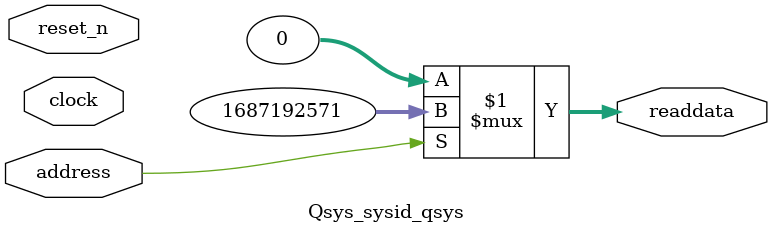
<source format=v>



// synthesis translate_off
`timescale 1ns / 1ps
// synthesis translate_on

// turn off superfluous verilog processor warnings 
// altera message_level Level1 
// altera message_off 10034 10035 10036 10037 10230 10240 10030 

module Qsys_sysid_qsys (
               // inputs:
                address,
                clock,
                reset_n,

               // outputs:
                readdata
             )
;

  output  [ 31: 0] readdata;
  input            address;
  input            clock;
  input            reset_n;

  wire    [ 31: 0] readdata;
  //control_slave, which is an e_avalon_slave
  assign readdata = address ? 1687192571 : 0;

endmodule



</source>
